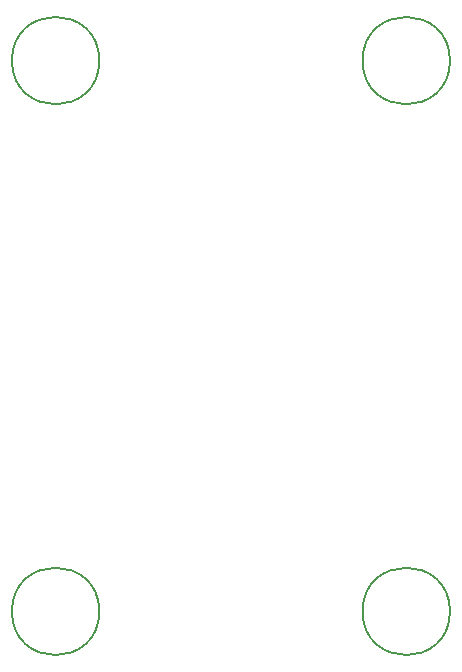
<source format=gbr>
%TF.GenerationSoftware,KiCad,Pcbnew,(6.0.9)*%
%TF.CreationDate,2023-01-01T20:10:18-05:00*%
%TF.ProjectId,Wally_Tree,57616c6c-795f-4547-9265-652e6b696361,v1*%
%TF.SameCoordinates,Original*%
%TF.FileFunction,Other,Comment*%
%FSLAX46Y46*%
G04 Gerber Fmt 4.6, Leading zero omitted, Abs format (unit mm)*
G04 Created by KiCad (PCBNEW (6.0.9)) date 2023-01-01 20:10:18*
%MOMM*%
%LPD*%
G01*
G04 APERTURE LIST*
%ADD10C,0.150000*%
G04 APERTURE END LIST*
D10*
%TO.C,H4*%
X-94716200Y-3146300D02*
G75*
G03*
X-94716200Y-3146300I-3700000J0D01*
G01*
%TO.C,H1*%
X-124408200Y-3146300D02*
G75*
G03*
X-124408200Y-3146300I-3700000J0D01*
G01*
%TO.C,H2*%
X-94716200Y43485700D02*
G75*
G03*
X-94716200Y43485700I-3700000J0D01*
G01*
%TO.C,H3*%
X-124408200Y43485700D02*
G75*
G03*
X-124408200Y43485700I-3700000J0D01*
G01*
%TD*%
M02*

</source>
